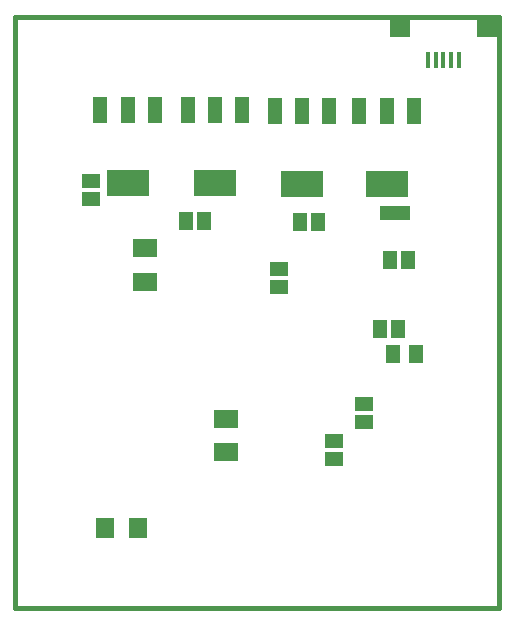
<source format=gbp>
G75*
%MOIN*%
%OFA0B0*%
%FSLAX24Y24*%
%IPPOS*%
%LPD*%
%AMOC8*
5,1,8,0,0,1.08239X$1,22.5*
%
%ADD10C,0.0160*%
%ADD11R,0.0480X0.0880*%
%ADD12R,0.1417X0.0866*%
%ADD13R,0.0787X0.0630*%
%ADD14R,0.0512X0.0591*%
%ADD15R,0.0460X0.0630*%
%ADD16R,0.1000X0.0500*%
%ADD17R,0.0630X0.0709*%
%ADD18R,0.0630X0.0460*%
%ADD19R,0.0709X0.0591*%
%ADD20R,0.0157X0.0551*%
%ADD21R,0.0700X0.0600*%
D10*
X001046Y000180D02*
X017188Y000180D01*
X017188Y019865D01*
X001046Y019865D01*
X001046Y000180D01*
D11*
X003900Y016778D03*
X004810Y016778D03*
X005719Y016778D03*
X006817Y016762D03*
X007727Y016762D03*
X008637Y016762D03*
X009719Y016747D03*
X010628Y016747D03*
X011538Y016747D03*
X012534Y016747D03*
X013443Y016747D03*
X014353Y016747D03*
D12*
X013443Y014306D03*
X010628Y014306D03*
X007727Y014322D03*
X004810Y014338D03*
D13*
X005378Y012155D03*
X005378Y011052D03*
X008090Y006479D03*
X008090Y005377D03*
D14*
X013672Y008625D03*
X014420Y008625D03*
D15*
X013822Y009479D03*
X013222Y009479D03*
X013561Y011755D03*
X014161Y011755D03*
X011145Y013038D03*
X010545Y013038D03*
X007347Y013058D03*
X006747Y013058D03*
D16*
X013719Y013349D03*
D17*
X005156Y002830D03*
X004054Y002830D03*
D18*
X009874Y010862D03*
X009874Y011462D03*
X012676Y006985D03*
X012676Y006385D03*
X011696Y005750D03*
X011696Y005150D03*
X003588Y013796D03*
X003588Y014396D03*
D19*
X013890Y019490D03*
X016791Y019490D03*
D20*
X015853Y018427D03*
X015597Y018427D03*
X015341Y018427D03*
X015085Y018427D03*
X014829Y018427D03*
D21*
X013891Y019490D03*
X016791Y019490D03*
M02*

</source>
